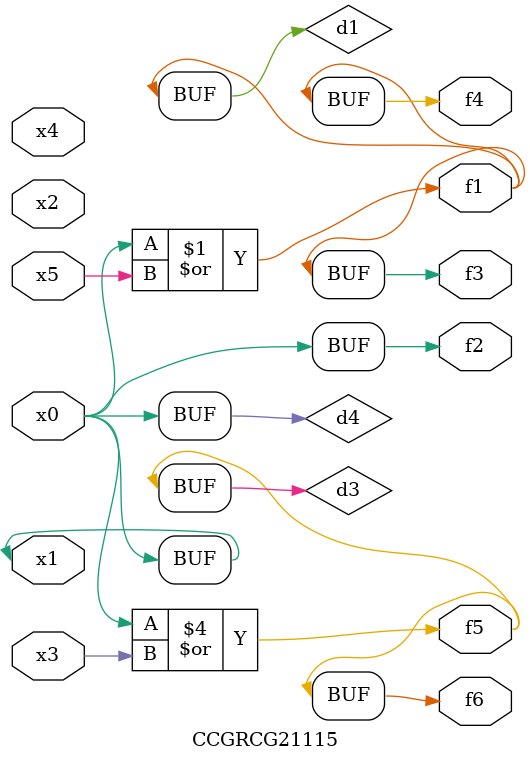
<source format=v>
module CCGRCG21115(
	input x0, x1, x2, x3, x4, x5,
	output f1, f2, f3, f4, f5, f6
);

	wire d1, d2, d3, d4;

	or (d1, x0, x5);
	xnor (d2, x1, x4);
	or (d3, x0, x3);
	buf (d4, x0, x1);
	assign f1 = d1;
	assign f2 = d4;
	assign f3 = d1;
	assign f4 = d1;
	assign f5 = d3;
	assign f6 = d3;
endmodule

</source>
